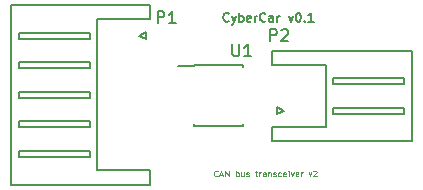
<source format=gbr>
%TF.GenerationSoftware,KiCad,Pcbnew,4.0.4-stable*%
%TF.CreationDate,2016-10-13T01:22:44+03:00*%
%TF.ProjectId,CAN bus transceiver v2,43414E20627573207472616E73636569,rev?*%
%TF.FileFunction,Legend,Top*%
%FSLAX46Y46*%
G04 Gerber Fmt 4.6, Leading zero omitted, Abs format (unit mm)*
G04 Created by KiCad (PCBNEW 4.0.4-stable) date Thu Oct 13 01:22:44 2016*
%MOMM*%
%LPD*%
G01*
G04 APERTURE LIST*
%ADD10C,0.100000*%
%ADD11C,0.125000*%
%ADD12C,0.187500*%
%ADD13C,0.150000*%
%ADD14R,1.750000X1.750000*%
%ADD15C,1.750000*%
%ADD16R,1.550000X0.600000*%
G04 APERTURE END LIST*
D10*
D11*
X154206288Y-102032571D02*
X154182478Y-102056381D01*
X154111050Y-102080190D01*
X154063431Y-102080190D01*
X153992002Y-102056381D01*
X153944383Y-102008762D01*
X153920574Y-101961143D01*
X153896764Y-101865905D01*
X153896764Y-101794476D01*
X153920574Y-101699238D01*
X153944383Y-101651619D01*
X153992002Y-101604000D01*
X154063431Y-101580190D01*
X154111050Y-101580190D01*
X154182478Y-101604000D01*
X154206288Y-101627810D01*
X154396764Y-101937333D02*
X154634859Y-101937333D01*
X154349145Y-102080190D02*
X154515812Y-101580190D01*
X154682478Y-102080190D01*
X154849145Y-102080190D02*
X154849145Y-101580190D01*
X155134859Y-102080190D01*
X155134859Y-101580190D01*
X155753907Y-102080190D02*
X155753907Y-101580190D01*
X155753907Y-101770667D02*
X155801526Y-101746857D01*
X155896764Y-101746857D01*
X155944383Y-101770667D01*
X155968192Y-101794476D01*
X155992002Y-101842095D01*
X155992002Y-101984952D01*
X155968192Y-102032571D01*
X155944383Y-102056381D01*
X155896764Y-102080190D01*
X155801526Y-102080190D01*
X155753907Y-102056381D01*
X156420573Y-101746857D02*
X156420573Y-102080190D01*
X156206288Y-101746857D02*
X156206288Y-102008762D01*
X156230097Y-102056381D01*
X156277716Y-102080190D01*
X156349145Y-102080190D01*
X156396764Y-102056381D01*
X156420573Y-102032571D01*
X156634859Y-102056381D02*
X156682478Y-102080190D01*
X156777716Y-102080190D01*
X156825335Y-102056381D01*
X156849145Y-102008762D01*
X156849145Y-101984952D01*
X156825335Y-101937333D01*
X156777716Y-101913524D01*
X156706288Y-101913524D01*
X156658669Y-101889714D01*
X156634859Y-101842095D01*
X156634859Y-101818286D01*
X156658669Y-101770667D01*
X156706288Y-101746857D01*
X156777716Y-101746857D01*
X156825335Y-101770667D01*
X157372954Y-101746857D02*
X157563430Y-101746857D01*
X157444383Y-101580190D02*
X157444383Y-102008762D01*
X157468192Y-102056381D01*
X157515811Y-102080190D01*
X157563430Y-102080190D01*
X157730097Y-102080190D02*
X157730097Y-101746857D01*
X157730097Y-101842095D02*
X157753906Y-101794476D01*
X157777716Y-101770667D01*
X157825335Y-101746857D01*
X157872954Y-101746857D01*
X158253906Y-102080190D02*
X158253906Y-101818286D01*
X158230097Y-101770667D01*
X158182478Y-101746857D01*
X158087240Y-101746857D01*
X158039621Y-101770667D01*
X158253906Y-102056381D02*
X158206287Y-102080190D01*
X158087240Y-102080190D01*
X158039621Y-102056381D01*
X158015811Y-102008762D01*
X158015811Y-101961143D01*
X158039621Y-101913524D01*
X158087240Y-101889714D01*
X158206287Y-101889714D01*
X158253906Y-101865905D01*
X158492002Y-101746857D02*
X158492002Y-102080190D01*
X158492002Y-101794476D02*
X158515811Y-101770667D01*
X158563430Y-101746857D01*
X158634859Y-101746857D01*
X158682478Y-101770667D01*
X158706287Y-101818286D01*
X158706287Y-102080190D01*
X158920573Y-102056381D02*
X158968192Y-102080190D01*
X159063430Y-102080190D01*
X159111049Y-102056381D01*
X159134859Y-102008762D01*
X159134859Y-101984952D01*
X159111049Y-101937333D01*
X159063430Y-101913524D01*
X158992002Y-101913524D01*
X158944383Y-101889714D01*
X158920573Y-101842095D01*
X158920573Y-101818286D01*
X158944383Y-101770667D01*
X158992002Y-101746857D01*
X159063430Y-101746857D01*
X159111049Y-101770667D01*
X159563430Y-102056381D02*
X159515811Y-102080190D01*
X159420573Y-102080190D01*
X159372954Y-102056381D01*
X159349145Y-102032571D01*
X159325335Y-101984952D01*
X159325335Y-101842095D01*
X159349145Y-101794476D01*
X159372954Y-101770667D01*
X159420573Y-101746857D01*
X159515811Y-101746857D01*
X159563430Y-101770667D01*
X159968192Y-102056381D02*
X159920573Y-102080190D01*
X159825335Y-102080190D01*
X159777716Y-102056381D01*
X159753906Y-102008762D01*
X159753906Y-101818286D01*
X159777716Y-101770667D01*
X159825335Y-101746857D01*
X159920573Y-101746857D01*
X159968192Y-101770667D01*
X159992001Y-101818286D01*
X159992001Y-101865905D01*
X159753906Y-101913524D01*
X160206287Y-102080190D02*
X160206287Y-101746857D01*
X160206287Y-101580190D02*
X160182477Y-101604000D01*
X160206287Y-101627810D01*
X160230096Y-101604000D01*
X160206287Y-101580190D01*
X160206287Y-101627810D01*
X160396763Y-101746857D02*
X160515810Y-102080190D01*
X160634858Y-101746857D01*
X161015810Y-102056381D02*
X160968191Y-102080190D01*
X160872953Y-102080190D01*
X160825334Y-102056381D01*
X160801524Y-102008762D01*
X160801524Y-101818286D01*
X160825334Y-101770667D01*
X160872953Y-101746857D01*
X160968191Y-101746857D01*
X161015810Y-101770667D01*
X161039619Y-101818286D01*
X161039619Y-101865905D01*
X160801524Y-101913524D01*
X161253905Y-102080190D02*
X161253905Y-101746857D01*
X161253905Y-101842095D02*
X161277714Y-101794476D01*
X161301524Y-101770667D01*
X161349143Y-101746857D01*
X161396762Y-101746857D01*
X161896762Y-101746857D02*
X162015809Y-102080190D01*
X162134857Y-101746857D01*
X162301523Y-101627810D02*
X162325333Y-101604000D01*
X162372952Y-101580190D01*
X162491999Y-101580190D01*
X162539618Y-101604000D01*
X162563428Y-101627810D01*
X162587237Y-101675429D01*
X162587237Y-101723048D01*
X162563428Y-101794476D01*
X162277714Y-102080190D01*
X162587237Y-102080190D01*
D12*
X155138857Y-88913857D02*
X155103143Y-88949571D01*
X154996000Y-88985286D01*
X154924571Y-88985286D01*
X154817428Y-88949571D01*
X154746000Y-88878143D01*
X154710285Y-88806714D01*
X154674571Y-88663857D01*
X154674571Y-88556714D01*
X154710285Y-88413857D01*
X154746000Y-88342429D01*
X154817428Y-88271000D01*
X154924571Y-88235286D01*
X154996000Y-88235286D01*
X155103143Y-88271000D01*
X155138857Y-88306714D01*
X155388857Y-88485286D02*
X155567428Y-88985286D01*
X155746000Y-88485286D02*
X155567428Y-88985286D01*
X155496000Y-89163857D01*
X155460285Y-89199571D01*
X155388857Y-89235286D01*
X156031714Y-88985286D02*
X156031714Y-88235286D01*
X156031714Y-88521000D02*
X156103143Y-88485286D01*
X156246000Y-88485286D01*
X156317429Y-88521000D01*
X156353143Y-88556714D01*
X156388857Y-88628143D01*
X156388857Y-88842429D01*
X156353143Y-88913857D01*
X156317429Y-88949571D01*
X156246000Y-88985286D01*
X156103143Y-88985286D01*
X156031714Y-88949571D01*
X156996000Y-88949571D02*
X156924571Y-88985286D01*
X156781714Y-88985286D01*
X156710285Y-88949571D01*
X156674571Y-88878143D01*
X156674571Y-88592429D01*
X156710285Y-88521000D01*
X156781714Y-88485286D01*
X156924571Y-88485286D01*
X156996000Y-88521000D01*
X157031714Y-88592429D01*
X157031714Y-88663857D01*
X156674571Y-88735286D01*
X157353142Y-88985286D02*
X157353142Y-88485286D01*
X157353142Y-88628143D02*
X157388857Y-88556714D01*
X157424571Y-88521000D01*
X157496000Y-88485286D01*
X157567428Y-88485286D01*
X158246000Y-88913857D02*
X158210286Y-88949571D01*
X158103143Y-88985286D01*
X158031714Y-88985286D01*
X157924571Y-88949571D01*
X157853143Y-88878143D01*
X157817428Y-88806714D01*
X157781714Y-88663857D01*
X157781714Y-88556714D01*
X157817428Y-88413857D01*
X157853143Y-88342429D01*
X157924571Y-88271000D01*
X158031714Y-88235286D01*
X158103143Y-88235286D01*
X158210286Y-88271000D01*
X158246000Y-88306714D01*
X158888857Y-88985286D02*
X158888857Y-88592429D01*
X158853143Y-88521000D01*
X158781714Y-88485286D01*
X158638857Y-88485286D01*
X158567428Y-88521000D01*
X158888857Y-88949571D02*
X158817428Y-88985286D01*
X158638857Y-88985286D01*
X158567428Y-88949571D01*
X158531714Y-88878143D01*
X158531714Y-88806714D01*
X158567428Y-88735286D01*
X158638857Y-88699571D01*
X158817428Y-88699571D01*
X158888857Y-88663857D01*
X159245999Y-88985286D02*
X159245999Y-88485286D01*
X159245999Y-88628143D02*
X159281714Y-88556714D01*
X159317428Y-88521000D01*
X159388857Y-88485286D01*
X159460285Y-88485286D01*
X160210286Y-88485286D02*
X160388857Y-88985286D01*
X160567429Y-88485286D01*
X160996001Y-88235286D02*
X161067429Y-88235286D01*
X161138858Y-88271000D01*
X161174572Y-88306714D01*
X161210286Y-88378143D01*
X161246001Y-88521000D01*
X161246001Y-88699571D01*
X161210286Y-88842429D01*
X161174572Y-88913857D01*
X161138858Y-88949571D01*
X161067429Y-88985286D01*
X160996001Y-88985286D01*
X160924572Y-88949571D01*
X160888858Y-88913857D01*
X160853143Y-88842429D01*
X160817429Y-88699571D01*
X160817429Y-88521000D01*
X160853143Y-88378143D01*
X160888858Y-88306714D01*
X160924572Y-88271000D01*
X160996001Y-88235286D01*
X161567429Y-88913857D02*
X161603144Y-88949571D01*
X161567429Y-88985286D01*
X161531715Y-88949571D01*
X161567429Y-88913857D01*
X161567429Y-88985286D01*
X162317430Y-88985286D02*
X161888858Y-88985286D01*
X162103144Y-88985286D02*
X162103144Y-88235286D01*
X162031715Y-88342429D01*
X161960287Y-88413857D01*
X161888858Y-88449571D01*
D13*
X136700000Y-95170000D02*
X136700000Y-87570000D01*
X136700000Y-87570000D02*
X148500000Y-87570000D01*
X148500000Y-87570000D02*
X148500000Y-88770000D01*
X148500000Y-88770000D02*
X144000000Y-88770000D01*
X144000000Y-88770000D02*
X144000000Y-95170000D01*
X136700000Y-95170000D02*
X136700000Y-102770000D01*
X136700000Y-102770000D02*
X148500000Y-102770000D01*
X148500000Y-102770000D02*
X148500000Y-101570000D01*
X148500000Y-101570000D02*
X144000000Y-101570000D01*
X144000000Y-101570000D02*
X144000000Y-95170000D01*
X143350000Y-89920000D02*
X137350000Y-89920000D01*
X137350000Y-89920000D02*
X137350000Y-90420000D01*
X137350000Y-90420000D02*
X143350000Y-90420000D01*
X143350000Y-90420000D02*
X143350000Y-89920000D01*
X143350000Y-92420000D02*
X137350000Y-92420000D01*
X137350000Y-92420000D02*
X137350000Y-92920000D01*
X137350000Y-92920000D02*
X143350000Y-92920000D01*
X143350000Y-92920000D02*
X143350000Y-92420000D01*
X143350000Y-94920000D02*
X137350000Y-94920000D01*
X137350000Y-94920000D02*
X137350000Y-95420000D01*
X137350000Y-95420000D02*
X143350000Y-95420000D01*
X143350000Y-95420000D02*
X143350000Y-94920000D01*
X143350000Y-97420000D02*
X137350000Y-97420000D01*
X137350000Y-97420000D02*
X137350000Y-97920000D01*
X137350000Y-97920000D02*
X143350000Y-97920000D01*
X143350000Y-97920000D02*
X143350000Y-97420000D01*
X143350000Y-99920000D02*
X137350000Y-99920000D01*
X137350000Y-99920000D02*
X137350000Y-100420000D01*
X137350000Y-100420000D02*
X143350000Y-100420000D01*
X143350000Y-100420000D02*
X143350000Y-99920000D01*
X147550000Y-90170000D02*
X148150000Y-89870000D01*
X148150000Y-89870000D02*
X148150000Y-90470000D01*
X148150000Y-90470000D02*
X147550000Y-90170000D01*
X170640000Y-95270000D02*
X170640000Y-99120000D01*
X170640000Y-99120000D02*
X158840000Y-99120000D01*
X158840000Y-99120000D02*
X158840000Y-97920000D01*
X158840000Y-97920000D02*
X163340000Y-97920000D01*
X163340000Y-97920000D02*
X163340000Y-95270000D01*
X170640000Y-95270000D02*
X170640000Y-91420000D01*
X170640000Y-91420000D02*
X158840000Y-91420000D01*
X158840000Y-91420000D02*
X158840000Y-92620000D01*
X158840000Y-92620000D02*
X163340000Y-92620000D01*
X163340000Y-92620000D02*
X163340000Y-95270000D01*
X163990000Y-96770000D02*
X169990000Y-96770000D01*
X169990000Y-96770000D02*
X169990000Y-96270000D01*
X169990000Y-96270000D02*
X163990000Y-96270000D01*
X163990000Y-96270000D02*
X163990000Y-96770000D01*
X163990000Y-94270000D02*
X169990000Y-94270000D01*
X169990000Y-94270000D02*
X169990000Y-93770000D01*
X169990000Y-93770000D02*
X163990000Y-93770000D01*
X163990000Y-93770000D02*
X163990000Y-94270000D01*
X159790000Y-96520000D02*
X159190000Y-96820000D01*
X159190000Y-96820000D02*
X159190000Y-96220000D01*
X159190000Y-96220000D02*
X159790000Y-96520000D01*
X152230000Y-92675000D02*
X152230000Y-92725000D01*
X156380000Y-92675000D02*
X156380000Y-92820000D01*
X156380000Y-97825000D02*
X156380000Y-97680000D01*
X152230000Y-97825000D02*
X152230000Y-97680000D01*
X152230000Y-92675000D02*
X156380000Y-92675000D01*
X152230000Y-97825000D02*
X156380000Y-97825000D01*
X152230000Y-92725000D02*
X150830000Y-92725000D01*
X149121905Y-89098381D02*
X149121905Y-88098381D01*
X149502858Y-88098381D01*
X149598096Y-88146000D01*
X149645715Y-88193619D01*
X149693334Y-88288857D01*
X149693334Y-88431714D01*
X149645715Y-88526952D01*
X149598096Y-88574571D01*
X149502858Y-88622190D01*
X149121905Y-88622190D01*
X150645715Y-89098381D02*
X150074286Y-89098381D01*
X150360000Y-89098381D02*
X150360000Y-88098381D01*
X150264762Y-88241238D01*
X150169524Y-88336476D01*
X150074286Y-88384095D01*
X158646905Y-90622381D02*
X158646905Y-89622381D01*
X159027858Y-89622381D01*
X159123096Y-89670000D01*
X159170715Y-89717619D01*
X159218334Y-89812857D01*
X159218334Y-89955714D01*
X159170715Y-90050952D01*
X159123096Y-90098571D01*
X159027858Y-90146190D01*
X158646905Y-90146190D01*
X159599286Y-89717619D02*
X159646905Y-89670000D01*
X159742143Y-89622381D01*
X159980239Y-89622381D01*
X160075477Y-89670000D01*
X160123096Y-89717619D01*
X160170715Y-89812857D01*
X160170715Y-89908095D01*
X160123096Y-90050952D01*
X159551667Y-90622381D01*
X160170715Y-90622381D01*
X155448095Y-90892381D02*
X155448095Y-91701905D01*
X155495714Y-91797143D01*
X155543333Y-91844762D01*
X155638571Y-91892381D01*
X155829048Y-91892381D01*
X155924286Y-91844762D01*
X155971905Y-91797143D01*
X156019524Y-91701905D01*
X156019524Y-90892381D01*
X157019524Y-91892381D02*
X156448095Y-91892381D01*
X156733809Y-91892381D02*
X156733809Y-90892381D01*
X156638571Y-91035238D01*
X156543333Y-91130476D01*
X156448095Y-91178095D01*
%LPC*%
D14*
X146050000Y-90170000D03*
D15*
X146050000Y-92670000D03*
X146050000Y-95170000D03*
X146050000Y-97670000D03*
X146050000Y-100170000D03*
D14*
X161290000Y-96520000D03*
D15*
X161290000Y-94020000D03*
D16*
X151605000Y-93345000D03*
X151605000Y-94615000D03*
X151605000Y-95885000D03*
X151605000Y-97155000D03*
X157005000Y-97155000D03*
X157005000Y-95885000D03*
X157005000Y-94615000D03*
X157005000Y-93345000D03*
M02*

</source>
